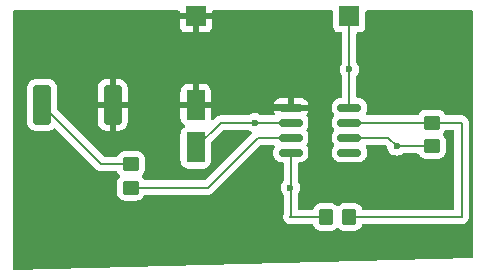
<source format=gbr>
%TF.GenerationSoftware,KiCad,Pcbnew,8.0.1-rc1*%
%TF.CreationDate,2024-06-04T01:21:06-05:00*%
%TF.ProjectId,555Timer_Breakout,35353554-696d-4657-925f-427265616b6f,rev?*%
%TF.SameCoordinates,Original*%
%TF.FileFunction,Copper,L1,Top*%
%TF.FilePolarity,Positive*%
%FSLAX46Y46*%
G04 Gerber Fmt 4.6, Leading zero omitted, Abs format (unit mm)*
G04 Created by KiCad (PCBNEW 8.0.1-rc1) date 2024-06-04 01:21:06*
%MOMM*%
%LPD*%
G01*
G04 APERTURE LIST*
G04 Aperture macros list*
%AMRoundRect*
0 Rectangle with rounded corners*
0 $1 Rounding radius*
0 $2 $3 $4 $5 $6 $7 $8 $9 X,Y pos of 4 corners*
0 Add a 4 corners polygon primitive as box body*
4,1,4,$2,$3,$4,$5,$6,$7,$8,$9,$2,$3,0*
0 Add four circle primitives for the rounded corners*
1,1,$1+$1,$2,$3*
1,1,$1+$1,$4,$5*
1,1,$1+$1,$6,$7*
1,1,$1+$1,$8,$9*
0 Add four rect primitives between the rounded corners*
20,1,$1+$1,$2,$3,$4,$5,0*
20,1,$1+$1,$4,$5,$6,$7,0*
20,1,$1+$1,$6,$7,$8,$9,0*
20,1,$1+$1,$8,$9,$2,$3,0*%
G04 Aperture macros list end*
%TA.AperFunction,ComponentPad*%
%ADD10R,1.700000X1.700000*%
%TD*%
%TA.AperFunction,SMDPad,CuDef*%
%ADD11RoundRect,0.150000X-0.825000X-0.150000X0.825000X-0.150000X0.825000X0.150000X-0.825000X0.150000X0*%
%TD*%
%TA.AperFunction,SMDPad,CuDef*%
%ADD12RoundRect,0.250000X0.450000X-0.350000X0.450000X0.350000X-0.450000X0.350000X-0.450000X-0.350000X0*%
%TD*%
%TA.AperFunction,SMDPad,CuDef*%
%ADD13RoundRect,0.250000X-0.350000X-0.450000X0.350000X-0.450000X0.350000X0.450000X-0.350000X0.450000X0*%
%TD*%
%TA.AperFunction,SMDPad,CuDef*%
%ADD14RoundRect,0.249999X0.512501X1.425001X-0.512501X1.425001X-0.512501X-1.425001X0.512501X-1.425001X0*%
%TD*%
%TA.AperFunction,SMDPad,CuDef*%
%ADD15RoundRect,0.250000X0.550000X-1.050000X0.550000X1.050000X-0.550000X1.050000X-0.550000X-1.050000X0*%
%TD*%
%TA.AperFunction,ViaPad*%
%ADD16C,0.600000*%
%TD*%
%TA.AperFunction,Conductor*%
%ADD17C,0.200000*%
%TD*%
G04 APERTURE END LIST*
D10*
%TO.P,J2,1,Pin_1*%
%TO.N,9V*%
X147000000Y-55000000D03*
%TD*%
%TO.P,J1,1,Pin_1*%
%TO.N,GND*%
X134000000Y-55000000D03*
%TD*%
D11*
%TO.P,U1,1,GND*%
%TO.N,GND*%
X142050000Y-62730000D03*
%TO.P,U1,2,TR*%
%TO.N,Net-(U1-THR)*%
X142050000Y-64000000D03*
%TO.P,U1,3,Q*%
%TO.N,Net-(U1-Q)*%
X142050000Y-65270000D03*
%TO.P,U1,4,R*%
%TO.N,9V*%
X142050000Y-66540000D03*
%TO.P,U1,5,CV*%
%TO.N,unconnected-(U1-CV-Pad5)*%
X147000000Y-66540000D03*
%TO.P,U1,6,THR*%
%TO.N,Net-(U1-THR)*%
X147000000Y-65270000D03*
%TO.P,U1,7,DIS*%
%TO.N,Net-(U1-DIS)*%
X147000000Y-64000000D03*
%TO.P,U1,8,VCC*%
%TO.N,9V*%
X147000000Y-62730000D03*
%TD*%
D12*
%TO.P,R3,1*%
%TO.N,Net-(U1-THR)*%
X154000000Y-66000000D03*
%TO.P,R3,2*%
%TO.N,Net-(U1-DIS)*%
X154000000Y-64000000D03*
%TD*%
D13*
%TO.P,R2,1*%
%TO.N,9V*%
X145000000Y-72000000D03*
%TO.P,R2,2*%
%TO.N,Net-(U1-DIS)*%
X147000000Y-72000000D03*
%TD*%
D12*
%TO.P,R1,1*%
%TO.N,Net-(U1-Q)*%
X128500000Y-69500000D03*
%TO.P,R1,2*%
%TO.N,Net-(D1-A)*%
X128500000Y-67500000D03*
%TD*%
D14*
%TO.P,D1,1,K*%
%TO.N,GND*%
X126955000Y-62500000D03*
%TO.P,D1,2,A*%
%TO.N,Net-(D1-A)*%
X120980000Y-62500000D03*
%TD*%
D15*
%TO.P,C1,1*%
%TO.N,Net-(U1-THR)*%
X134000000Y-66100000D03*
%TO.P,C1,2*%
%TO.N,GND*%
X134000000Y-62500000D03*
%TD*%
D16*
%TO.N,9V*%
X142000000Y-69500000D03*
X147000000Y-59500000D03*
%TO.N,Net-(U1-THR)*%
X151000000Y-66000000D03*
X139000000Y-64000000D03*
%TD*%
D17*
%TO.N,Net-(U1-DIS)*%
X156500000Y-64000000D02*
X154000000Y-64000000D01*
X156500000Y-72000000D02*
X156500000Y-64000000D01*
X147000000Y-72000000D02*
X156500000Y-72000000D01*
%TO.N,GND*%
X134000000Y-62500000D02*
X134000000Y-55000000D01*
%TO.N,9V*%
X147000000Y-55000000D02*
X147000000Y-59500000D01*
X142050000Y-69550000D02*
X142050000Y-71950000D01*
X142000000Y-69500000D02*
X142050000Y-69550000D01*
X142050000Y-69450000D02*
X142000000Y-69500000D01*
X147000000Y-62730000D02*
X147000000Y-59500000D01*
%TO.N,Net-(U1-THR)*%
X150270000Y-65270000D02*
X151000000Y-66000000D01*
X147000000Y-65270000D02*
X150270000Y-65270000D01*
X154000000Y-66000000D02*
X151000000Y-66000000D01*
X139000000Y-64000000D02*
X136100000Y-64000000D01*
X136100000Y-64000000D02*
X134000000Y-66100000D01*
X142050000Y-64000000D02*
X139000000Y-64000000D01*
%TO.N,9V*%
X142000000Y-72000000D02*
X145000000Y-72000000D01*
X142050000Y-71950000D02*
X142000000Y-72000000D01*
X142050000Y-66540000D02*
X142050000Y-69450000D01*
%TO.N,Net-(U1-DIS)*%
X154000000Y-64000000D02*
X147000000Y-64000000D01*
%TO.N,Net-(U1-Q)*%
X139230000Y-65270000D02*
X142050000Y-65270000D01*
X135000000Y-69500000D02*
X139230000Y-65270000D01*
X128500000Y-69500000D02*
X135000000Y-69500000D01*
%TO.N,GND*%
X141820000Y-62500000D02*
X142050000Y-62730000D01*
X134000000Y-62500000D02*
X141820000Y-62500000D01*
X126955000Y-62500000D02*
X134000000Y-62500000D01*
%TO.N,Net-(D1-A)*%
X125980000Y-67500000D02*
X128500000Y-67500000D01*
X120980000Y-62500000D02*
X125980000Y-67500000D01*
%TD*%
%TA.AperFunction,Conductor*%
%TO.N,GND*%
G36*
X132593039Y-54519685D02*
G01*
X132638794Y-54572489D01*
X132650000Y-54624000D01*
X132650000Y-54750000D01*
X133566988Y-54750000D01*
X133534075Y-54807007D01*
X133500000Y-54934174D01*
X133500000Y-55065826D01*
X133534075Y-55192993D01*
X133566988Y-55250000D01*
X132650000Y-55250000D01*
X132650000Y-55897844D01*
X132656401Y-55957372D01*
X132656403Y-55957379D01*
X132706645Y-56092086D01*
X132706649Y-56092093D01*
X132792809Y-56207187D01*
X132792812Y-56207190D01*
X132907906Y-56293350D01*
X132907913Y-56293354D01*
X133042620Y-56343596D01*
X133042627Y-56343598D01*
X133102155Y-56349999D01*
X133102172Y-56350000D01*
X133750000Y-56350000D01*
X133750000Y-55433012D01*
X133807007Y-55465925D01*
X133934174Y-55500000D01*
X134065826Y-55500000D01*
X134192993Y-55465925D01*
X134250000Y-55433012D01*
X134250000Y-56350000D01*
X134897828Y-56350000D01*
X134897844Y-56349999D01*
X134957372Y-56343598D01*
X134957379Y-56343596D01*
X135092086Y-56293354D01*
X135092093Y-56293350D01*
X135207187Y-56207190D01*
X135207190Y-56207187D01*
X135293350Y-56092093D01*
X135293354Y-56092086D01*
X135343596Y-55957379D01*
X135343598Y-55957372D01*
X135349999Y-55897844D01*
X135350000Y-55897827D01*
X135350000Y-55250000D01*
X134433012Y-55250000D01*
X134465925Y-55192993D01*
X134500000Y-55065826D01*
X134500000Y-54934174D01*
X134465925Y-54807007D01*
X134433012Y-54750000D01*
X135350000Y-54750000D01*
X135350000Y-54624000D01*
X135369685Y-54556961D01*
X135422489Y-54511206D01*
X135474000Y-54500000D01*
X145525500Y-54500000D01*
X145592539Y-54519685D01*
X145638294Y-54572489D01*
X145649500Y-54624000D01*
X145649500Y-55897870D01*
X145649501Y-55897876D01*
X145655908Y-55957483D01*
X145706202Y-56092328D01*
X145706206Y-56092335D01*
X145792452Y-56207544D01*
X145792455Y-56207547D01*
X145907664Y-56293793D01*
X145907671Y-56293797D01*
X145952618Y-56310561D01*
X146042517Y-56344091D01*
X146102127Y-56350500D01*
X146275500Y-56350499D01*
X146342539Y-56370183D01*
X146388294Y-56422987D01*
X146399500Y-56474499D01*
X146399500Y-58917587D01*
X146379815Y-58984626D01*
X146372450Y-58994896D01*
X146370186Y-58997734D01*
X146274211Y-59150476D01*
X146214631Y-59320745D01*
X146214630Y-59320750D01*
X146194435Y-59499996D01*
X146194435Y-59500003D01*
X146214630Y-59679249D01*
X146214631Y-59679254D01*
X146274211Y-59849523D01*
X146370185Y-60002263D01*
X146372445Y-60005097D01*
X146373334Y-60007275D01*
X146373889Y-60008158D01*
X146373734Y-60008255D01*
X146398855Y-60069783D01*
X146399500Y-60082412D01*
X146399500Y-61805500D01*
X146379815Y-61872539D01*
X146327011Y-61918294D01*
X146275500Y-61929500D01*
X146109298Y-61929500D01*
X146072432Y-61932401D01*
X146072426Y-61932402D01*
X145914606Y-61978254D01*
X145914603Y-61978255D01*
X145773137Y-62061917D01*
X145773129Y-62061923D01*
X145656923Y-62178129D01*
X145656917Y-62178137D01*
X145573255Y-62319603D01*
X145573254Y-62319606D01*
X145527402Y-62477426D01*
X145527401Y-62477432D01*
X145524500Y-62514298D01*
X145524500Y-62945701D01*
X145527401Y-62982567D01*
X145527402Y-62982573D01*
X145573254Y-63140393D01*
X145573255Y-63140396D01*
X145656917Y-63281862D01*
X145661702Y-63288031D01*
X145659256Y-63289927D01*
X145685857Y-63338642D01*
X145680873Y-63408334D01*
X145660069Y-63440703D01*
X145661702Y-63441969D01*
X145656917Y-63448137D01*
X145573255Y-63589603D01*
X145573254Y-63589606D01*
X145527402Y-63747426D01*
X145527401Y-63747432D01*
X145524500Y-63784298D01*
X145524500Y-64215701D01*
X145527401Y-64252567D01*
X145527402Y-64252573D01*
X145573254Y-64410393D01*
X145573255Y-64410396D01*
X145656917Y-64551862D01*
X145661702Y-64558031D01*
X145659256Y-64559927D01*
X145685857Y-64608642D01*
X145680873Y-64678334D01*
X145660069Y-64710703D01*
X145661702Y-64711969D01*
X145656917Y-64718137D01*
X145573255Y-64859603D01*
X145573254Y-64859606D01*
X145527402Y-65017426D01*
X145527401Y-65017432D01*
X145524500Y-65054298D01*
X145524500Y-65485701D01*
X145527401Y-65522567D01*
X145527402Y-65522573D01*
X145573254Y-65680393D01*
X145573255Y-65680396D01*
X145656917Y-65821862D01*
X145661702Y-65828031D01*
X145659256Y-65829927D01*
X145685857Y-65878642D01*
X145680873Y-65948334D01*
X145660069Y-65980703D01*
X145661702Y-65981969D01*
X145656917Y-65988137D01*
X145573255Y-66129603D01*
X145573254Y-66129606D01*
X145527402Y-66287426D01*
X145527401Y-66287432D01*
X145524500Y-66324298D01*
X145524500Y-66755701D01*
X145527401Y-66792567D01*
X145527402Y-66792573D01*
X145573254Y-66950393D01*
X145573255Y-66950396D01*
X145656917Y-67091862D01*
X145656923Y-67091870D01*
X145773129Y-67208076D01*
X145773133Y-67208079D01*
X145773135Y-67208081D01*
X145914602Y-67291744D01*
X145952639Y-67302795D01*
X146072426Y-67337597D01*
X146072429Y-67337597D01*
X146072431Y-67337598D01*
X146109306Y-67340500D01*
X146109314Y-67340500D01*
X147890686Y-67340500D01*
X147890694Y-67340500D01*
X147927569Y-67337598D01*
X147927571Y-67337597D01*
X147927573Y-67337597D01*
X147969191Y-67325505D01*
X148085398Y-67291744D01*
X148226865Y-67208081D01*
X148343081Y-67091865D01*
X148426744Y-66950398D01*
X148472598Y-66792569D01*
X148475500Y-66755694D01*
X148475500Y-66324306D01*
X148472598Y-66287431D01*
X148426744Y-66129602D01*
X148417871Y-66114598D01*
X148384175Y-66057620D01*
X148366992Y-65989896D01*
X148389152Y-65923634D01*
X148443619Y-65879871D01*
X148490907Y-65870500D01*
X149969903Y-65870500D01*
X150036942Y-65890185D01*
X150057584Y-65906819D01*
X150169298Y-66018533D01*
X150202783Y-66079856D01*
X150204837Y-66092330D01*
X150214630Y-66179249D01*
X150274210Y-66349521D01*
X150346888Y-66465187D01*
X150370184Y-66502262D01*
X150497738Y-66629816D01*
X150650478Y-66725789D01*
X150735919Y-66755686D01*
X150820745Y-66785368D01*
X150820750Y-66785369D01*
X150999996Y-66805565D01*
X151000000Y-66805565D01*
X151000004Y-66805565D01*
X151179249Y-66785369D01*
X151179252Y-66785368D01*
X151179255Y-66785368D01*
X151349522Y-66725789D01*
X151502262Y-66629816D01*
X151502267Y-66629810D01*
X151505097Y-66627555D01*
X151507275Y-66626665D01*
X151508158Y-66626111D01*
X151508255Y-66626265D01*
X151569783Y-66601145D01*
X151582412Y-66600500D01*
X152754092Y-66600500D01*
X152821131Y-66620185D01*
X152859636Y-66664271D01*
X152861395Y-66663187D01*
X152865185Y-66669331D01*
X152865186Y-66669334D01*
X152957288Y-66818656D01*
X153081344Y-66942712D01*
X153230666Y-67034814D01*
X153397203Y-67089999D01*
X153499991Y-67100500D01*
X154500008Y-67100499D01*
X154500016Y-67100498D01*
X154500019Y-67100498D01*
X154556302Y-67094748D01*
X154602797Y-67089999D01*
X154769334Y-67034814D01*
X154918656Y-66942712D01*
X155042712Y-66818656D01*
X155134814Y-66669334D01*
X155189999Y-66502797D01*
X155200500Y-66400009D01*
X155200499Y-65599992D01*
X155189999Y-65497203D01*
X155134814Y-65330666D01*
X155042712Y-65181344D01*
X154949049Y-65087681D01*
X154915564Y-65026358D01*
X154920548Y-64956666D01*
X154949049Y-64912319D01*
X154964165Y-64897203D01*
X155042712Y-64818656D01*
X155134814Y-64669334D01*
X155134814Y-64669332D01*
X155138605Y-64663187D01*
X155140399Y-64664293D01*
X155179687Y-64619663D01*
X155245908Y-64600500D01*
X155775500Y-64600500D01*
X155842539Y-64620185D01*
X155888294Y-64672989D01*
X155899500Y-64724500D01*
X155899500Y-71275500D01*
X155879815Y-71342539D01*
X155827011Y-71388294D01*
X155775500Y-71399500D01*
X148180301Y-71399500D01*
X148113262Y-71379815D01*
X148067507Y-71327011D01*
X148062595Y-71314504D01*
X148034814Y-71230666D01*
X147942712Y-71081344D01*
X147818656Y-70957288D01*
X147669334Y-70865186D01*
X147502797Y-70810001D01*
X147502795Y-70810000D01*
X147400010Y-70799500D01*
X146599998Y-70799500D01*
X146599980Y-70799501D01*
X146497203Y-70810000D01*
X146497200Y-70810001D01*
X146330668Y-70865185D01*
X146330663Y-70865187D01*
X146181342Y-70957289D01*
X146087681Y-71050951D01*
X146026358Y-71084436D01*
X145956666Y-71079452D01*
X145912319Y-71050951D01*
X145818657Y-70957289D01*
X145818656Y-70957288D01*
X145669334Y-70865186D01*
X145502797Y-70810001D01*
X145502795Y-70810000D01*
X145400010Y-70799500D01*
X144599998Y-70799500D01*
X144599980Y-70799501D01*
X144497203Y-70810000D01*
X144497200Y-70810001D01*
X144330668Y-70865185D01*
X144330663Y-70865187D01*
X144181342Y-70957289D01*
X144057289Y-71081342D01*
X143965187Y-71230663D01*
X143965185Y-71230668D01*
X143937405Y-71314504D01*
X143897632Y-71371949D01*
X143833116Y-71398772D01*
X143819699Y-71399500D01*
X142774500Y-71399500D01*
X142707461Y-71379815D01*
X142661706Y-71327011D01*
X142650500Y-71275500D01*
X142650500Y-70005067D01*
X142669507Y-69939094D01*
X142725788Y-69849524D01*
X142785368Y-69679254D01*
X142785369Y-69679249D01*
X142805565Y-69500003D01*
X142805565Y-69499996D01*
X142785369Y-69320750D01*
X142785366Y-69320737D01*
X142725790Y-69150481D01*
X142725789Y-69150478D01*
X142694061Y-69099983D01*
X142669506Y-69060903D01*
X142650500Y-68994931D01*
X142650500Y-67464500D01*
X142670185Y-67397461D01*
X142722989Y-67351706D01*
X142774500Y-67340500D01*
X142940686Y-67340500D01*
X142940694Y-67340500D01*
X142977569Y-67337598D01*
X142977571Y-67337597D01*
X142977573Y-67337597D01*
X143019191Y-67325505D01*
X143135398Y-67291744D01*
X143276865Y-67208081D01*
X143393081Y-67091865D01*
X143476744Y-66950398D01*
X143522598Y-66792569D01*
X143525500Y-66755694D01*
X143525500Y-66324306D01*
X143522598Y-66287431D01*
X143476744Y-66129602D01*
X143393081Y-65988135D01*
X143393078Y-65988132D01*
X143388298Y-65981969D01*
X143390750Y-65980066D01*
X143364155Y-65931421D01*
X143369104Y-65861726D01*
X143389940Y-65829304D01*
X143388298Y-65828031D01*
X143393075Y-65821870D01*
X143393081Y-65821865D01*
X143476744Y-65680398D01*
X143522598Y-65522569D01*
X143525500Y-65485694D01*
X143525500Y-65054306D01*
X143522598Y-65017431D01*
X143517531Y-64999991D01*
X143476745Y-64859606D01*
X143476744Y-64859603D01*
X143476744Y-64859602D01*
X143393081Y-64718135D01*
X143393078Y-64718132D01*
X143388298Y-64711969D01*
X143390750Y-64710066D01*
X143364155Y-64661421D01*
X143369104Y-64591726D01*
X143389940Y-64559304D01*
X143388298Y-64558031D01*
X143393075Y-64551870D01*
X143393081Y-64551865D01*
X143476744Y-64410398D01*
X143522598Y-64252569D01*
X143525500Y-64215694D01*
X143525500Y-63784306D01*
X143522598Y-63747431D01*
X143509601Y-63702697D01*
X143476745Y-63589606D01*
X143476744Y-63589603D01*
X143476744Y-63589602D01*
X143393081Y-63448135D01*
X143393078Y-63448132D01*
X143388298Y-63441969D01*
X143390635Y-63440155D01*
X143363798Y-63391050D01*
X143368756Y-63321356D01*
X143389554Y-63288998D01*
X143387903Y-63287717D01*
X143392686Y-63281550D01*
X143476281Y-63140198D01*
X143522100Y-62982486D01*
X143522295Y-62980001D01*
X143522295Y-62980000D01*
X140577705Y-62980000D01*
X140577704Y-62980001D01*
X140577899Y-62982486D01*
X140623718Y-63140198D01*
X140666406Y-63212379D01*
X140683589Y-63280103D01*
X140661429Y-63346365D01*
X140606963Y-63390129D01*
X140559674Y-63399500D01*
X139582412Y-63399500D01*
X139515373Y-63379815D01*
X139505097Y-63372445D01*
X139502263Y-63370185D01*
X139502262Y-63370184D01*
X139424553Y-63321356D01*
X139349523Y-63274211D01*
X139179254Y-63214631D01*
X139179249Y-63214630D01*
X139000004Y-63194435D01*
X138999996Y-63194435D01*
X138820750Y-63214630D01*
X138820745Y-63214631D01*
X138650476Y-63274211D01*
X138497736Y-63370185D01*
X138494903Y-63372445D01*
X138492724Y-63373334D01*
X138491842Y-63373889D01*
X138491744Y-63373734D01*
X138430217Y-63398855D01*
X138417588Y-63399500D01*
X136020940Y-63399500D01*
X135980019Y-63410464D01*
X135980019Y-63410465D01*
X135942751Y-63420451D01*
X135868214Y-63440423D01*
X135868209Y-63440426D01*
X135731290Y-63519475D01*
X135731282Y-63519481D01*
X135661162Y-63589602D01*
X135619480Y-63631284D01*
X135619478Y-63631286D01*
X135548067Y-63702697D01*
X135506548Y-63744216D01*
X135445225Y-63777700D01*
X135375533Y-63772716D01*
X135319600Y-63730844D01*
X135295183Y-63665380D01*
X135295509Y-63643929D01*
X135299999Y-63599981D01*
X135300000Y-63599973D01*
X135300000Y-62750000D01*
X132700001Y-62750000D01*
X132700001Y-63599986D01*
X132710494Y-63702697D01*
X132765641Y-63869119D01*
X132765643Y-63869124D01*
X132857684Y-64018345D01*
X132981654Y-64142315D01*
X133065719Y-64194167D01*
X133112443Y-64246115D01*
X133123666Y-64315078D01*
X133095822Y-64379160D01*
X133065719Y-64405244D01*
X132981347Y-64457285D01*
X132981343Y-64457288D01*
X132857289Y-64581342D01*
X132765187Y-64730663D01*
X132765185Y-64730668D01*
X132745697Y-64789480D01*
X132710001Y-64897203D01*
X132710001Y-64897204D01*
X132710000Y-64897204D01*
X132699500Y-64999983D01*
X132699500Y-67200001D01*
X132699501Y-67200018D01*
X132710000Y-67302796D01*
X132710001Y-67302799D01*
X132746515Y-67412989D01*
X132765186Y-67469334D01*
X132857288Y-67618656D01*
X132981344Y-67742712D01*
X133130666Y-67834814D01*
X133297203Y-67889999D01*
X133399991Y-67900500D01*
X134600008Y-67900499D01*
X134702797Y-67889999D01*
X134869334Y-67834814D01*
X135018656Y-67742712D01*
X135142712Y-67618656D01*
X135234814Y-67469334D01*
X135289999Y-67302797D01*
X135300500Y-67200009D01*
X135300499Y-65700096D01*
X135320184Y-65633058D01*
X135336818Y-65612416D01*
X136312416Y-64636819D01*
X136373739Y-64603334D01*
X136400097Y-64600500D01*
X138417588Y-64600500D01*
X138484627Y-64620185D01*
X138494903Y-64627555D01*
X138497736Y-64629814D01*
X138497738Y-64629816D01*
X138625455Y-64710066D01*
X138650478Y-64725789D01*
X138667550Y-64731763D01*
X138724326Y-64772485D01*
X138750074Y-64837437D01*
X138736618Y-64905999D01*
X138714277Y-64936486D01*
X134787584Y-68863181D01*
X134726261Y-68896666D01*
X134699903Y-68899500D01*
X129745908Y-68899500D01*
X129678869Y-68879815D01*
X129640363Y-68835728D01*
X129638605Y-68836813D01*
X129634812Y-68830663D01*
X129542712Y-68681344D01*
X129449049Y-68587681D01*
X129415564Y-68526358D01*
X129420548Y-68456666D01*
X129449049Y-68412319D01*
X129542712Y-68318656D01*
X129634814Y-68169334D01*
X129689999Y-68002797D01*
X129700500Y-67900009D01*
X129700499Y-67099992D01*
X129699669Y-67091870D01*
X129689999Y-66997203D01*
X129689998Y-66997200D01*
X129674489Y-66950398D01*
X129634814Y-66830666D01*
X129542712Y-66681344D01*
X129418656Y-66557288D01*
X129269334Y-66465186D01*
X129102797Y-66410001D01*
X129102795Y-66410000D01*
X129000010Y-66399500D01*
X127999998Y-66399500D01*
X127999980Y-66399501D01*
X127897203Y-66410000D01*
X127897200Y-66410001D01*
X127730668Y-66465185D01*
X127730663Y-66465187D01*
X127581342Y-66557289D01*
X127457289Y-66681342D01*
X127457288Y-66681344D01*
X127372594Y-66818657D01*
X127361395Y-66836813D01*
X127359600Y-66835706D01*
X127320313Y-66880337D01*
X127254092Y-66899500D01*
X126280097Y-66899500D01*
X126213058Y-66879815D01*
X126192416Y-66863181D01*
X122279319Y-62950084D01*
X122245834Y-62888761D01*
X122243000Y-62862403D01*
X122243000Y-62750000D01*
X125692501Y-62750000D01*
X125692501Y-63974986D01*
X125702994Y-64077696D01*
X125702994Y-64077698D01*
X125758140Y-64244119D01*
X125758145Y-64244130D01*
X125850180Y-64393340D01*
X125850183Y-64393344D01*
X125974155Y-64517316D01*
X125974159Y-64517319D01*
X126123369Y-64609354D01*
X126123380Y-64609359D01*
X126289802Y-64664505D01*
X126392519Y-64674999D01*
X126704999Y-64674999D01*
X126705000Y-64674998D01*
X126705000Y-62750000D01*
X127205000Y-62750000D01*
X127205000Y-64674999D01*
X127517472Y-64674999D01*
X127517486Y-64674998D01*
X127620196Y-64664505D01*
X127620198Y-64664505D01*
X127786619Y-64609359D01*
X127786630Y-64609354D01*
X127935840Y-64517319D01*
X127935844Y-64517316D01*
X128059816Y-64393344D01*
X128059819Y-64393340D01*
X128151854Y-64244130D01*
X128151859Y-64244119D01*
X128207005Y-64077697D01*
X128217499Y-63974986D01*
X128217500Y-63974973D01*
X128217500Y-62750000D01*
X127205000Y-62750000D01*
X126705000Y-62750000D01*
X125692501Y-62750000D01*
X122243000Y-62750000D01*
X122243000Y-62479998D01*
X140577704Y-62479998D01*
X140577705Y-62480000D01*
X141800000Y-62480000D01*
X141800000Y-61930000D01*
X142300000Y-61930000D01*
X142300000Y-62480000D01*
X143522295Y-62480000D01*
X143522295Y-62479998D01*
X143522100Y-62477513D01*
X143476281Y-62319801D01*
X143392685Y-62178447D01*
X143392678Y-62178438D01*
X143276561Y-62062321D01*
X143276552Y-62062314D01*
X143135196Y-61978717D01*
X143135193Y-61978716D01*
X142977495Y-61932900D01*
X142977489Y-61932899D01*
X142940649Y-61930000D01*
X142300000Y-61930000D01*
X141800000Y-61930000D01*
X141159350Y-61930000D01*
X141122510Y-61932899D01*
X141122504Y-61932900D01*
X140964806Y-61978716D01*
X140964803Y-61978717D01*
X140823447Y-62062314D01*
X140823438Y-62062321D01*
X140707321Y-62178438D01*
X140707314Y-62178447D01*
X140623718Y-62319801D01*
X140577899Y-62477513D01*
X140577704Y-62479998D01*
X122243000Y-62479998D01*
X122243000Y-62250000D01*
X125692500Y-62250000D01*
X126705000Y-62250000D01*
X126705000Y-60325000D01*
X127205000Y-60325000D01*
X127205000Y-62250000D01*
X128217499Y-62250000D01*
X132700000Y-62250000D01*
X133750000Y-62250000D01*
X133750000Y-60700000D01*
X134250000Y-60700000D01*
X134250000Y-62250000D01*
X135299999Y-62250000D01*
X135299999Y-61400028D01*
X135299998Y-61400013D01*
X135289505Y-61297302D01*
X135234358Y-61130880D01*
X135234356Y-61130875D01*
X135142315Y-60981654D01*
X135018345Y-60857684D01*
X134869124Y-60765643D01*
X134869119Y-60765641D01*
X134702697Y-60710494D01*
X134702690Y-60710493D01*
X134599986Y-60700000D01*
X134250000Y-60700000D01*
X133750000Y-60700000D01*
X133400028Y-60700000D01*
X133400012Y-60700001D01*
X133297302Y-60710494D01*
X133130880Y-60765641D01*
X133130875Y-60765643D01*
X132981654Y-60857684D01*
X132857684Y-60981654D01*
X132765643Y-61130875D01*
X132765641Y-61130880D01*
X132710494Y-61297302D01*
X132710493Y-61297309D01*
X132700000Y-61400013D01*
X132700000Y-62250000D01*
X128217499Y-62250000D01*
X128217499Y-61025028D01*
X128217498Y-61025013D01*
X128207005Y-60922303D01*
X128207005Y-60922301D01*
X128151859Y-60755880D01*
X128151854Y-60755869D01*
X128059819Y-60606659D01*
X128059816Y-60606655D01*
X127935844Y-60482683D01*
X127935840Y-60482680D01*
X127786630Y-60390645D01*
X127786619Y-60390640D01*
X127620197Y-60335494D01*
X127517486Y-60325000D01*
X127205000Y-60325000D01*
X126705000Y-60325000D01*
X126392528Y-60325000D01*
X126392512Y-60325001D01*
X126289803Y-60335494D01*
X126289801Y-60335494D01*
X126123380Y-60390640D01*
X126123369Y-60390645D01*
X125974159Y-60482680D01*
X125974155Y-60482683D01*
X125850183Y-60606655D01*
X125850180Y-60606659D01*
X125758145Y-60755869D01*
X125758140Y-60755880D01*
X125702994Y-60922302D01*
X125692500Y-61025013D01*
X125692500Y-62250000D01*
X122243000Y-62250000D01*
X122243000Y-61024995D01*
X122242999Y-61024982D01*
X122232499Y-60922203D01*
X122232499Y-60922202D01*
X122177314Y-60755665D01*
X122085212Y-60606344D01*
X121961156Y-60482288D01*
X121868390Y-60425070D01*
X121811837Y-60390187D01*
X121811832Y-60390185D01*
X121810363Y-60389698D01*
X121645298Y-60335001D01*
X121645296Y-60335000D01*
X121542517Y-60324500D01*
X121542510Y-60324500D01*
X120417490Y-60324500D01*
X120417482Y-60324500D01*
X120314703Y-60335000D01*
X120314702Y-60335001D01*
X120232169Y-60362349D01*
X120148167Y-60390185D01*
X120148162Y-60390187D01*
X119998842Y-60482289D01*
X119874789Y-60606342D01*
X119782687Y-60755662D01*
X119782685Y-60755667D01*
X119754849Y-60839669D01*
X119727501Y-60922202D01*
X119727501Y-60922203D01*
X119727500Y-60922203D01*
X119717000Y-61024982D01*
X119717000Y-63975017D01*
X119727500Y-64077796D01*
X119782685Y-64244332D01*
X119782687Y-64244337D01*
X119787765Y-64252569D01*
X119874788Y-64393656D01*
X119998844Y-64517712D01*
X120148165Y-64609814D01*
X120314702Y-64664999D01*
X120417490Y-64675500D01*
X120417495Y-64675500D01*
X121542505Y-64675500D01*
X121542510Y-64675500D01*
X121645298Y-64664999D01*
X121811835Y-64609814D01*
X121961156Y-64517712D01*
X121967129Y-64511738D01*
X122028447Y-64478249D01*
X122098139Y-64483227D01*
X122142497Y-64511732D01*
X125495139Y-67864374D01*
X125495149Y-67864385D01*
X125499479Y-67868715D01*
X125499480Y-67868716D01*
X125611284Y-67980520D01*
X125649870Y-68002797D01*
X125698095Y-68030639D01*
X125698097Y-68030641D01*
X125736151Y-68052611D01*
X125748215Y-68059577D01*
X125900943Y-68100501D01*
X125900946Y-68100501D01*
X126066653Y-68100501D01*
X126066669Y-68100500D01*
X127254092Y-68100500D01*
X127321131Y-68120185D01*
X127359636Y-68164271D01*
X127361395Y-68163187D01*
X127365185Y-68169331D01*
X127365186Y-68169334D01*
X127457288Y-68318656D01*
X127457289Y-68318657D01*
X127550951Y-68412319D01*
X127584436Y-68473642D01*
X127579452Y-68543334D01*
X127550951Y-68587681D01*
X127457289Y-68681342D01*
X127365187Y-68830663D01*
X127365185Y-68830668D01*
X127343316Y-68896666D01*
X127310001Y-68997203D01*
X127310001Y-68997204D01*
X127310000Y-68997204D01*
X127299500Y-69099983D01*
X127299500Y-69900001D01*
X127299501Y-69900019D01*
X127310000Y-70002796D01*
X127310001Y-70002799D01*
X127353126Y-70132940D01*
X127365186Y-70169334D01*
X127457288Y-70318656D01*
X127581344Y-70442712D01*
X127730666Y-70534814D01*
X127897203Y-70589999D01*
X127999991Y-70600500D01*
X129000008Y-70600499D01*
X129000016Y-70600498D01*
X129000019Y-70600498D01*
X129056302Y-70594748D01*
X129102797Y-70589999D01*
X129269334Y-70534814D01*
X129418656Y-70442712D01*
X129542712Y-70318656D01*
X129634814Y-70169334D01*
X129634815Y-70169331D01*
X129638605Y-70163187D01*
X129640399Y-70164293D01*
X129679687Y-70119663D01*
X129745908Y-70100500D01*
X134913331Y-70100500D01*
X134913347Y-70100501D01*
X134920943Y-70100501D01*
X135079054Y-70100501D01*
X135079057Y-70100501D01*
X135231785Y-70059577D01*
X135318387Y-70009577D01*
X135330131Y-70002797D01*
X135368709Y-69980524D01*
X135368708Y-69980524D01*
X135368716Y-69980520D01*
X135480520Y-69868716D01*
X135480520Y-69868714D01*
X135490724Y-69858511D01*
X135490727Y-69858506D01*
X139442416Y-65906819D01*
X139503739Y-65873334D01*
X139530097Y-65870500D01*
X140559093Y-65870500D01*
X140626132Y-65890185D01*
X140671887Y-65942989D01*
X140681831Y-66012147D01*
X140665825Y-66057620D01*
X140623257Y-66129599D01*
X140623254Y-66129606D01*
X140577402Y-66287426D01*
X140577401Y-66287432D01*
X140574500Y-66324298D01*
X140574500Y-66755701D01*
X140577401Y-66792567D01*
X140577402Y-66792573D01*
X140623254Y-66950393D01*
X140623255Y-66950396D01*
X140706917Y-67091862D01*
X140706923Y-67091870D01*
X140823129Y-67208076D01*
X140823133Y-67208079D01*
X140823135Y-67208081D01*
X140964602Y-67291744D01*
X141002639Y-67302795D01*
X141122426Y-67337597D01*
X141122429Y-67337597D01*
X141122431Y-67337598D01*
X141159306Y-67340500D01*
X141325500Y-67340500D01*
X141392539Y-67360185D01*
X141438294Y-67412989D01*
X141449500Y-67464500D01*
X141449500Y-68867060D01*
X141429815Y-68934099D01*
X141413181Y-68954741D01*
X141370184Y-68997737D01*
X141274211Y-69150476D01*
X141214631Y-69320745D01*
X141214630Y-69320750D01*
X141194435Y-69499996D01*
X141194435Y-69500003D01*
X141214630Y-69679249D01*
X141214631Y-69679254D01*
X141274211Y-69849523D01*
X141370184Y-70002262D01*
X141413181Y-70045259D01*
X141446666Y-70106582D01*
X141449500Y-70132940D01*
X141449500Y-71721636D01*
X141441834Y-71760179D01*
X141442527Y-71760365D01*
X141440424Y-71768213D01*
X141440423Y-71768215D01*
X141399499Y-71920943D01*
X141399499Y-71920945D01*
X141399499Y-72079054D01*
X141399498Y-72079054D01*
X141440423Y-72231785D01*
X141469358Y-72281900D01*
X141469359Y-72281904D01*
X141469360Y-72281904D01*
X141519480Y-72368716D01*
X141631284Y-72480520D01*
X141631286Y-72480521D01*
X141631290Y-72480524D01*
X141681610Y-72509576D01*
X141681615Y-72509578D01*
X141768209Y-72559574D01*
X141768210Y-72559575D01*
X141768212Y-72559575D01*
X141768215Y-72559577D01*
X141920943Y-72600501D01*
X141920946Y-72600501D01*
X142086653Y-72600501D01*
X142086669Y-72600500D01*
X143819699Y-72600500D01*
X143886738Y-72620185D01*
X143932493Y-72672989D01*
X143937403Y-72685492D01*
X143965186Y-72769334D01*
X144057288Y-72918656D01*
X144181344Y-73042712D01*
X144330666Y-73134814D01*
X144497203Y-73189999D01*
X144599991Y-73200500D01*
X145400008Y-73200499D01*
X145400016Y-73200498D01*
X145400019Y-73200498D01*
X145456302Y-73194748D01*
X145502797Y-73189999D01*
X145669334Y-73134814D01*
X145818656Y-73042712D01*
X145912319Y-72949049D01*
X145973642Y-72915564D01*
X146043334Y-72920548D01*
X146087681Y-72949049D01*
X146181344Y-73042712D01*
X146330666Y-73134814D01*
X146497203Y-73189999D01*
X146599991Y-73200500D01*
X147400008Y-73200499D01*
X147400016Y-73200498D01*
X147400019Y-73200498D01*
X147456302Y-73194748D01*
X147502797Y-73189999D01*
X147669334Y-73134814D01*
X147818656Y-73042712D01*
X147942712Y-72918656D01*
X148034814Y-72769334D01*
X148062595Y-72685495D01*
X148102368Y-72628051D01*
X148166884Y-72601228D01*
X148180301Y-72600500D01*
X156579055Y-72600500D01*
X156579057Y-72600500D01*
X156731784Y-72559577D01*
X156868716Y-72480520D01*
X156980520Y-72368716D01*
X157059577Y-72231784D01*
X157100500Y-72079057D01*
X157100500Y-63920943D01*
X157059577Y-63768216D01*
X157059573Y-63768209D01*
X156980524Y-63631290D01*
X156980518Y-63631282D01*
X156868717Y-63519481D01*
X156868709Y-63519475D01*
X156731790Y-63440426D01*
X156731786Y-63440424D01*
X156731784Y-63440423D01*
X156579057Y-63399500D01*
X156579056Y-63399500D01*
X155245908Y-63399500D01*
X155178869Y-63379815D01*
X155140363Y-63335728D01*
X155138605Y-63336813D01*
X155134814Y-63330666D01*
X155042712Y-63181344D01*
X154918656Y-63057288D01*
X154797523Y-62982573D01*
X154769336Y-62965187D01*
X154769331Y-62965185D01*
X154710532Y-62945701D01*
X154602797Y-62910001D01*
X154602795Y-62910000D01*
X154500010Y-62899500D01*
X153499998Y-62899500D01*
X153499980Y-62899501D01*
X153397203Y-62910000D01*
X153397200Y-62910001D01*
X153230668Y-62965185D01*
X153230663Y-62965187D01*
X153081342Y-63057289D01*
X152957289Y-63181342D01*
X152936756Y-63214632D01*
X152867441Y-63327011D01*
X152861395Y-63336813D01*
X152859600Y-63335706D01*
X152820313Y-63380337D01*
X152754092Y-63399500D01*
X148490907Y-63399500D01*
X148423868Y-63379815D01*
X148378113Y-63327011D01*
X148368169Y-63257853D01*
X148384175Y-63212380D01*
X148405973Y-63175518D01*
X148426744Y-63140398D01*
X148472598Y-62982569D01*
X148475500Y-62945694D01*
X148475500Y-62514306D01*
X148472598Y-62477431D01*
X148426744Y-62319602D01*
X148343081Y-62178135D01*
X148343079Y-62178133D01*
X148343076Y-62178129D01*
X148226870Y-62061923D01*
X148226862Y-62061917D01*
X148148681Y-62015681D01*
X148085398Y-61978256D01*
X148085397Y-61978255D01*
X148085396Y-61978255D01*
X148085393Y-61978254D01*
X147927573Y-61932402D01*
X147927567Y-61932401D01*
X147890701Y-61929500D01*
X147890694Y-61929500D01*
X147724500Y-61929500D01*
X147657461Y-61909815D01*
X147611706Y-61857011D01*
X147600500Y-61805500D01*
X147600500Y-60082412D01*
X147620185Y-60015373D01*
X147627555Y-60005097D01*
X147629810Y-60002267D01*
X147629816Y-60002262D01*
X147725789Y-59849522D01*
X147785368Y-59679255D01*
X147805565Y-59500000D01*
X147785368Y-59320745D01*
X147725789Y-59150478D01*
X147629816Y-58997738D01*
X147629814Y-58997736D01*
X147629813Y-58997734D01*
X147627550Y-58994896D01*
X147626659Y-58992715D01*
X147626111Y-58991842D01*
X147626264Y-58991745D01*
X147601144Y-58930209D01*
X147600500Y-58917587D01*
X147600500Y-56474499D01*
X147620185Y-56407460D01*
X147672989Y-56361705D01*
X147724500Y-56350499D01*
X147897871Y-56350499D01*
X147897872Y-56350499D01*
X147957483Y-56344091D01*
X148092331Y-56293796D01*
X148207546Y-56207546D01*
X148293796Y-56092331D01*
X148344091Y-55957483D01*
X148350500Y-55897873D01*
X148350499Y-54623999D01*
X148370184Y-54556961D01*
X148422987Y-54511206D01*
X148474499Y-54500000D01*
X157376000Y-54500000D01*
X157443039Y-54519685D01*
X157488794Y-54572489D01*
X157500000Y-54624000D01*
X157500000Y-75379139D01*
X157480315Y-75446178D01*
X157427511Y-75491933D01*
X157379178Y-75503098D01*
X118627178Y-76496739D01*
X118559656Y-76478780D01*
X118512563Y-76427166D01*
X118500000Y-76372780D01*
X118500000Y-54624000D01*
X118519685Y-54556961D01*
X118572489Y-54511206D01*
X118624000Y-54500000D01*
X132526000Y-54500000D01*
X132593039Y-54519685D01*
G37*
%TD.AperFunction*%
%TD*%
M02*

</source>
